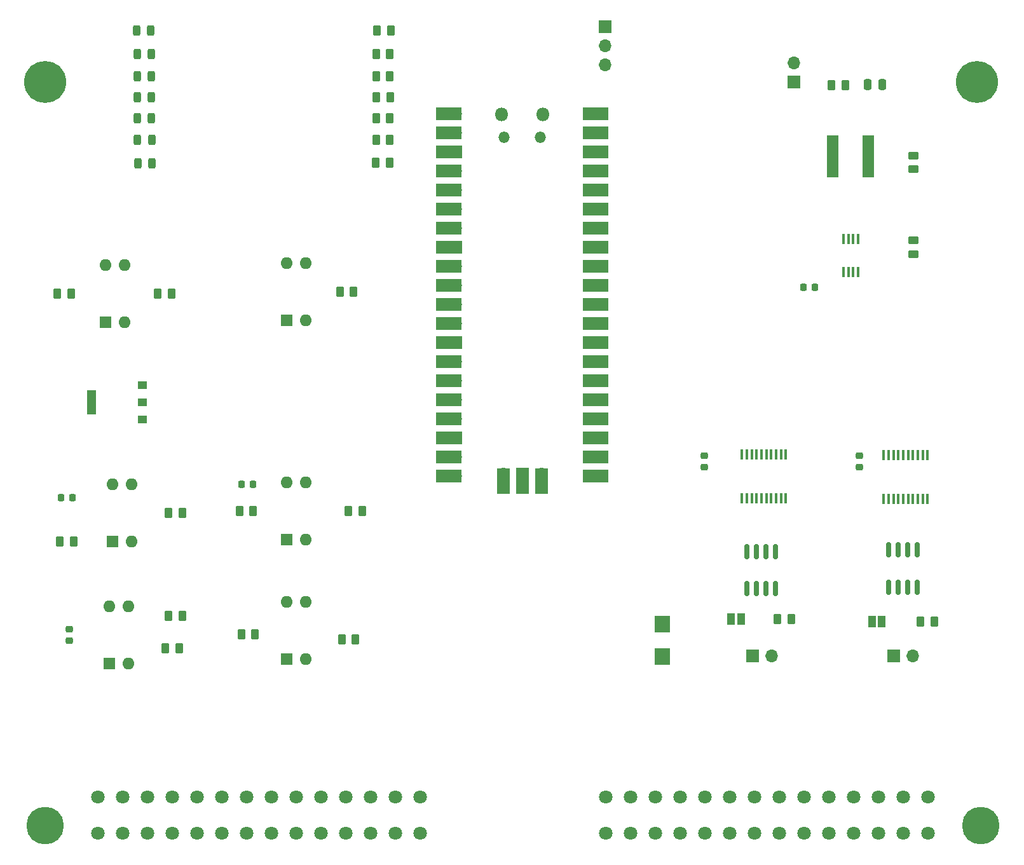
<source format=gts>
%TF.GenerationSoftware,KiCad,Pcbnew,7.0.1-0*%
%TF.CreationDate,2023-08-06T23:45:38+01:00*%
%TF.ProjectId,chademo-charge-controller,63686164-656d-46f2-9d63-68617267652d,rev?*%
%TF.SameCoordinates,Original*%
%TF.FileFunction,Soldermask,Top*%
%TF.FilePolarity,Negative*%
%FSLAX46Y46*%
G04 Gerber Fmt 4.6, Leading zero omitted, Abs format (unit mm)*
G04 Created by KiCad (PCBNEW 7.0.1-0) date 2023-08-06 23:45:38*
%MOMM*%
%LPD*%
G01*
G04 APERTURE LIST*
G04 Aperture macros list*
%AMRoundRect*
0 Rectangle with rounded corners*
0 $1 Rounding radius*
0 $2 $3 $4 $5 $6 $7 $8 $9 X,Y pos of 4 corners*
0 Add a 4 corners polygon primitive as box body*
4,1,4,$2,$3,$4,$5,$6,$7,$8,$9,$2,$3,0*
0 Add four circle primitives for the rounded corners*
1,1,$1+$1,$2,$3*
1,1,$1+$1,$4,$5*
1,1,$1+$1,$6,$7*
1,1,$1+$1,$8,$9*
0 Add four rect primitives between the rounded corners*
20,1,$1+$1,$2,$3,$4,$5,0*
20,1,$1+$1,$4,$5,$6,$7,0*
20,1,$1+$1,$6,$7,$8,$9,0*
20,1,$1+$1,$8,$9,$2,$3,0*%
G04 Aperture macros list end*
%ADD10R,1.200000X1.000000*%
%ADD11R,1.200000X3.300000*%
%ADD12R,0.450000X1.475000*%
%ADD13R,0.450000X1.400000*%
%ADD14R,1.600000X1.600000*%
%ADD15O,1.600000X1.600000*%
%ADD16RoundRect,0.250000X0.262500X0.450000X-0.262500X0.450000X-0.262500X-0.450000X0.262500X-0.450000X0*%
%ADD17RoundRect,0.243750X-0.243750X-0.456250X0.243750X-0.456250X0.243750X0.456250X-0.243750X0.456250X0*%
%ADD18RoundRect,0.250000X-0.262500X-0.450000X0.262500X-0.450000X0.262500X0.450000X-0.262500X0.450000X0*%
%ADD19RoundRect,0.225000X0.225000X0.250000X-0.225000X0.250000X-0.225000X-0.250000X0.225000X-0.250000X0*%
%ADD20C,1.800000*%
%ADD21C,5.000000*%
%ADD22R,1.700000X1.700000*%
%ADD23O,1.700000X1.700000*%
%ADD24R,2.050000X2.250000*%
%ADD25RoundRect,0.150000X-0.150000X0.825000X-0.150000X-0.825000X0.150000X-0.825000X0.150000X0.825000X0*%
%ADD26C,5.600000*%
%ADD27R,1.000000X1.500000*%
%ADD28RoundRect,0.250000X-0.250000X-0.475000X0.250000X-0.475000X0.250000X0.475000X-0.250000X0.475000X0*%
%ADD29RoundRect,0.225000X-0.250000X0.225000X-0.250000X-0.225000X0.250000X-0.225000X0.250000X0.225000X0*%
%ADD30RoundRect,0.250000X-0.450000X0.262500X-0.450000X-0.262500X0.450000X-0.262500X0.450000X0.262500X0*%
%ADD31O,1.800000X1.800000*%
%ADD32O,1.500000X1.500000*%
%ADD33R,3.500000X1.700000*%
%ADD34R,1.700000X3.500000*%
%ADD35R,1.600000X5.700000*%
G04 APERTURE END LIST*
D10*
%TO.C,IC6*%
X118716000Y-84088000D03*
X118716000Y-81788000D03*
X118716000Y-79488000D03*
D11*
X111916000Y-81788000D03*
%TD*%
D12*
%TO.C,IC4*%
X217456598Y-94653400D03*
X218106598Y-94653400D03*
X218756598Y-94653400D03*
X219406598Y-94653400D03*
X220056598Y-94653400D03*
X220706598Y-94653400D03*
X221356598Y-94653400D03*
X222006598Y-94653400D03*
X222656598Y-94653400D03*
X223306598Y-94653400D03*
X223306598Y-88777400D03*
X222656598Y-88777400D03*
X222006598Y-88777400D03*
X221356598Y-88777400D03*
X220706598Y-88777400D03*
X220056598Y-88777400D03*
X219406598Y-88777400D03*
X218756598Y-88777400D03*
X218106598Y-88777400D03*
X217456598Y-88777400D03*
%TD*%
%TO.C,IC2*%
X198584200Y-94589600D03*
X199234200Y-94589600D03*
X199884200Y-94589600D03*
X200534200Y-94589600D03*
X201184200Y-94589600D03*
X201834200Y-94589600D03*
X202484200Y-94589600D03*
X203134200Y-94589600D03*
X203784200Y-94589600D03*
X204434200Y-94589600D03*
X204434200Y-88713600D03*
X203784200Y-88713600D03*
X203134200Y-88713600D03*
X202484200Y-88713600D03*
X201834200Y-88713600D03*
X201184200Y-88713600D03*
X200534200Y-88713600D03*
X199884200Y-88713600D03*
X199234200Y-88713600D03*
X198584200Y-88713600D03*
%TD*%
D13*
%TO.C,IC1*%
X212108000Y-64430000D03*
X212758000Y-64430000D03*
X213408000Y-64430000D03*
X214058000Y-64430000D03*
X214058000Y-60030000D03*
X213408000Y-60030000D03*
X212758000Y-60030000D03*
X212108000Y-60030000D03*
%TD*%
D14*
%TO.C,U7*%
X137922000Y-70866000D03*
D15*
X140462000Y-70866000D03*
X140462000Y-63246000D03*
X137922000Y-63246000D03*
%TD*%
D16*
%TO.C,R23*%
X151637369Y-49893217D03*
X149812369Y-49893217D03*
%TD*%
%TO.C,R22*%
X146859000Y-67056000D03*
X145034000Y-67056000D03*
%TD*%
D17*
%TO.C,D8*%
X118150451Y-49913910D03*
X120025451Y-49913910D03*
%TD*%
D14*
%TO.C,U6*%
X137922000Y-100076000D03*
D15*
X140462000Y-100076000D03*
X140462000Y-92456000D03*
X137922000Y-92456000D03*
%TD*%
D16*
%TO.C,R21*%
X147983500Y-96276000D03*
X146158500Y-96276000D03*
%TD*%
%TO.C,R20*%
X151668427Y-46840365D03*
X149843427Y-46840365D03*
%TD*%
D18*
%TO.C,R19*%
X131630630Y-96226878D03*
X133455630Y-96226878D03*
%TD*%
D17*
%TO.C,D7*%
X118073022Y-46825148D03*
X119948022Y-46825148D03*
%TD*%
D19*
%TO.C,C7*%
X133464600Y-92710000D03*
X131914600Y-92710000D03*
%TD*%
D18*
%TO.C,R18*%
X107742750Y-100320000D03*
X109567750Y-100320000D03*
%TD*%
D16*
%TO.C,R17*%
X123594500Y-114554000D03*
X121769500Y-114554000D03*
%TD*%
D20*
%TO.C,J2*%
X112778000Y-134376000D03*
X116078000Y-134376000D03*
X119378000Y-134376000D03*
X122678000Y-134376000D03*
X125978000Y-134376000D03*
X129278000Y-134376000D03*
X132578000Y-134376000D03*
X135878000Y-134376000D03*
X139178000Y-134376000D03*
X142478000Y-134376000D03*
X145778000Y-134376000D03*
X149078000Y-134376000D03*
X152378000Y-134376000D03*
X155678000Y-134376000D03*
X180478000Y-134376000D03*
X183778000Y-134376000D03*
X187078000Y-134376000D03*
X190378000Y-134376000D03*
X193678000Y-134376000D03*
X196978000Y-134376000D03*
X200278000Y-134376000D03*
X203578000Y-134376000D03*
X206878000Y-134376000D03*
X210178000Y-134376000D03*
X213478000Y-134376000D03*
X216778000Y-134376000D03*
X220078000Y-134376000D03*
X223378000Y-134376000D03*
X112778000Y-139176000D03*
X116078000Y-139176000D03*
X119378000Y-139176000D03*
X122678000Y-139176000D03*
X125978000Y-139176000D03*
X129278000Y-139176000D03*
X132578000Y-139176000D03*
X135878000Y-139176000D03*
X139178000Y-139176000D03*
X142478000Y-139176000D03*
X145778000Y-139176000D03*
X149078000Y-139176000D03*
X152378000Y-139176000D03*
X155678000Y-139176000D03*
X180478000Y-139176000D03*
X183778000Y-139176000D03*
X187078000Y-139176000D03*
X190378000Y-139176000D03*
X193678000Y-139176000D03*
X196978000Y-139176000D03*
X200278000Y-139176000D03*
X203578000Y-139176000D03*
X206878000Y-139176000D03*
X210178000Y-139176000D03*
X213478000Y-139176000D03*
X216778000Y-139176000D03*
X220078000Y-139176000D03*
X223378000Y-139176000D03*
D21*
X105778000Y-138176000D03*
X230378000Y-138176000D03*
%TD*%
D14*
%TO.C,U2*%
X114751250Y-100320000D03*
D15*
X117291250Y-100320000D03*
X117291250Y-92700000D03*
X114751250Y-92700000D03*
%TD*%
D16*
%TO.C,R10*%
X124042292Y-110236000D03*
X122217292Y-110236000D03*
%TD*%
D22*
%TO.C,J1*%
X180340000Y-31750000D03*
D23*
X180340000Y-34290000D03*
X180340000Y-36830000D03*
%TD*%
D24*
%TO.C,D1*%
X187960000Y-111337200D03*
X187960000Y-115637200D03*
%TD*%
D19*
%TO.C,C1*%
X208293000Y-66462000D03*
X206743000Y-66462000D03*
%TD*%
D22*
%TO.C,J3*%
X200020000Y-115570000D03*
D23*
X202560000Y-115570000D03*
%TD*%
D16*
%TO.C,R4*%
X124050750Y-96520000D03*
X122225750Y-96520000D03*
%TD*%
D25*
%TO.C,IC5*%
X221897198Y-101447600D03*
X220627198Y-101447600D03*
X219357198Y-101447600D03*
X218087198Y-101447600D03*
X218087198Y-106397600D03*
X219357198Y-106397600D03*
X220627198Y-106397600D03*
X221897198Y-106397600D03*
%TD*%
D26*
%TO.C,H1*%
X105796570Y-39114133D03*
%TD*%
D16*
%TO.C,R8*%
X151688250Y-38321652D03*
X149863250Y-38321652D03*
%TD*%
D17*
%TO.C,D5*%
X118029715Y-43942000D03*
X119904715Y-43942000D03*
%TD*%
D27*
%TO.C,JP1*%
X198441755Y-110630174D03*
X197141755Y-110630174D03*
%TD*%
D28*
%TO.C,C4*%
X215343200Y-39471600D03*
X217243200Y-39471600D03*
%TD*%
D16*
%TO.C,R11*%
X151671715Y-43942000D03*
X149846715Y-43942000D03*
%TD*%
D17*
%TO.C,D6*%
X117955663Y-32258908D03*
X119830663Y-32258908D03*
%TD*%
D18*
%TO.C,R6*%
X107395000Y-67310000D03*
X109220000Y-67310000D03*
%TD*%
D29*
%TO.C,C3*%
X193548000Y-88887000D03*
X193548000Y-90437000D03*
%TD*%
D16*
%TO.C,R15*%
X151788500Y-32258000D03*
X149963500Y-32258000D03*
%TD*%
D30*
%TO.C,R2*%
X221373200Y-48922300D03*
X221373200Y-50747300D03*
%TD*%
D14*
%TO.C,U5*%
X137897642Y-115998393D03*
D15*
X140437642Y-115998393D03*
X140437642Y-108378393D03*
X137897642Y-108378393D03*
%TD*%
D16*
%TO.C,R1*%
X212327000Y-39522400D03*
X210502000Y-39522400D03*
%TD*%
%TO.C,R5*%
X151677624Y-35378780D03*
X149852624Y-35378780D03*
%TD*%
D26*
%TO.C,H2*%
X229870000Y-39114133D03*
%TD*%
D30*
%TO.C,R3*%
X221424000Y-60215500D03*
X221424000Y-62040500D03*
%TD*%
D19*
%TO.C,C5*%
X109430250Y-94478000D03*
X107880250Y-94478000D03*
%TD*%
D29*
%TO.C,C6*%
X108966000Y-112001000D03*
X108966000Y-113551000D03*
%TD*%
D18*
%TO.C,R14*%
X145268642Y-113334800D03*
X147093642Y-113334800D03*
%TD*%
D31*
%TO.C,U1*%
X166591400Y-43462400D03*
D32*
X166891400Y-46492400D03*
X171741400Y-46492400D03*
D31*
X172041400Y-43462400D03*
D23*
X160426400Y-43332400D03*
D33*
X159526400Y-43332400D03*
D23*
X160426400Y-45872400D03*
D33*
X159526400Y-45872400D03*
D22*
X160426400Y-48412400D03*
D33*
X159526400Y-48412400D03*
D23*
X160426400Y-50952400D03*
D33*
X159526400Y-50952400D03*
D23*
X160426400Y-53492400D03*
D33*
X159526400Y-53492400D03*
D23*
X160426400Y-56032400D03*
D33*
X159526400Y-56032400D03*
D23*
X160426400Y-58572400D03*
D33*
X159526400Y-58572400D03*
D22*
X160426400Y-61112400D03*
D33*
X159526400Y-61112400D03*
D23*
X160426400Y-63652400D03*
D33*
X159526400Y-63652400D03*
D23*
X160426400Y-66192400D03*
D33*
X159526400Y-66192400D03*
D23*
X160426400Y-68732400D03*
D33*
X159526400Y-68732400D03*
D23*
X160426400Y-71272400D03*
D33*
X159526400Y-71272400D03*
D22*
X160426400Y-73812400D03*
D33*
X159526400Y-73812400D03*
D23*
X160426400Y-76352400D03*
D33*
X159526400Y-76352400D03*
D23*
X160426400Y-78892400D03*
D33*
X159526400Y-78892400D03*
D23*
X160426400Y-81432400D03*
D33*
X159526400Y-81432400D03*
D23*
X160426400Y-83972400D03*
D33*
X159526400Y-83972400D03*
D22*
X160426400Y-86512400D03*
D33*
X159526400Y-86512400D03*
D23*
X160426400Y-89052400D03*
D33*
X159526400Y-89052400D03*
D23*
X160426400Y-91592400D03*
D33*
X159526400Y-91592400D03*
D23*
X178206400Y-91592400D03*
D33*
X179106400Y-91592400D03*
D23*
X178206400Y-89052400D03*
D33*
X179106400Y-89052400D03*
D22*
X178206400Y-86512400D03*
D33*
X179106400Y-86512400D03*
D23*
X178206400Y-83972400D03*
D33*
X179106400Y-83972400D03*
D23*
X178206400Y-81432400D03*
D33*
X179106400Y-81432400D03*
D23*
X178206400Y-78892400D03*
D33*
X179106400Y-78892400D03*
D23*
X178206400Y-76352400D03*
D33*
X179106400Y-76352400D03*
D22*
X178206400Y-73812400D03*
D33*
X179106400Y-73812400D03*
D23*
X178206400Y-71272400D03*
D33*
X179106400Y-71272400D03*
D23*
X178206400Y-68732400D03*
D33*
X179106400Y-68732400D03*
D23*
X178206400Y-66192400D03*
D33*
X179106400Y-66192400D03*
D23*
X178206400Y-63652400D03*
D33*
X179106400Y-63652400D03*
D22*
X178206400Y-61112400D03*
D33*
X179106400Y-61112400D03*
D23*
X178206400Y-58572400D03*
D33*
X179106400Y-58572400D03*
D23*
X178206400Y-56032400D03*
D33*
X179106400Y-56032400D03*
D23*
X178206400Y-53492400D03*
D33*
X179106400Y-53492400D03*
D23*
X178206400Y-50952400D03*
D33*
X179106400Y-50952400D03*
D22*
X178206400Y-48412400D03*
D33*
X179106400Y-48412400D03*
D23*
X178206400Y-45872400D03*
D33*
X179106400Y-45872400D03*
D23*
X178206400Y-43332400D03*
D33*
X179106400Y-43332400D03*
D23*
X166776400Y-91362400D03*
D34*
X166776400Y-92262400D03*
D22*
X169316400Y-91362400D03*
D34*
X169316400Y-92262400D03*
D23*
X171856400Y-91362400D03*
D34*
X171856400Y-92262400D03*
%TD*%
D35*
%TO.C,L1*%
X210692000Y-49022000D03*
X215392000Y-49022000D03*
%TD*%
D16*
%TO.C,R9*%
X151718808Y-41102465D03*
X149893808Y-41102465D03*
%TD*%
D14*
%TO.C,U4*%
X113787000Y-71110000D03*
D15*
X116327000Y-71110000D03*
X116327000Y-63490000D03*
X113787000Y-63490000D03*
%TD*%
D14*
%TO.C,U3*%
X114300000Y-116586000D03*
D15*
X116840000Y-116586000D03*
X116840000Y-108966000D03*
X114300000Y-108966000D03*
%TD*%
D18*
%TO.C,R16*%
X131910142Y-112706393D03*
X133735142Y-112706393D03*
%TD*%
D17*
%TO.C,D2*%
X117999124Y-35378780D03*
X119874124Y-35378780D03*
%TD*%
D22*
%TO.C,J7*%
X205486000Y-39116000D03*
D23*
X205486000Y-36576000D03*
%TD*%
D25*
%TO.C,IC3*%
X203073000Y-101650800D03*
X201803000Y-101650800D03*
X200533000Y-101650800D03*
X199263000Y-101650800D03*
X199263000Y-106600800D03*
X200533000Y-106600800D03*
X201803000Y-106600800D03*
X203073000Y-106600800D03*
%TD*%
D17*
%TO.C,D3*%
X118009750Y-38321652D03*
X119884750Y-38321652D03*
%TD*%
D27*
%TO.C,JP2*%
X217170000Y-110998000D03*
X215870000Y-110998000D03*
%TD*%
D16*
%TO.C,R13*%
X224178500Y-110998000D03*
X222353500Y-110998000D03*
%TD*%
D17*
%TO.C,D4*%
X118040308Y-41102465D03*
X119915308Y-41102465D03*
%TD*%
D22*
%TO.C,J8*%
X218793398Y-115570000D03*
D23*
X221333398Y-115570000D03*
%TD*%
D29*
%TO.C,C2*%
X214226398Y-88887000D03*
X214226398Y-90437000D03*
%TD*%
D16*
%TO.C,R12*%
X205128500Y-110632000D03*
X203303500Y-110632000D03*
%TD*%
%TO.C,R7*%
X122578500Y-67310000D03*
X120753500Y-67310000D03*
%TD*%
M02*

</source>
